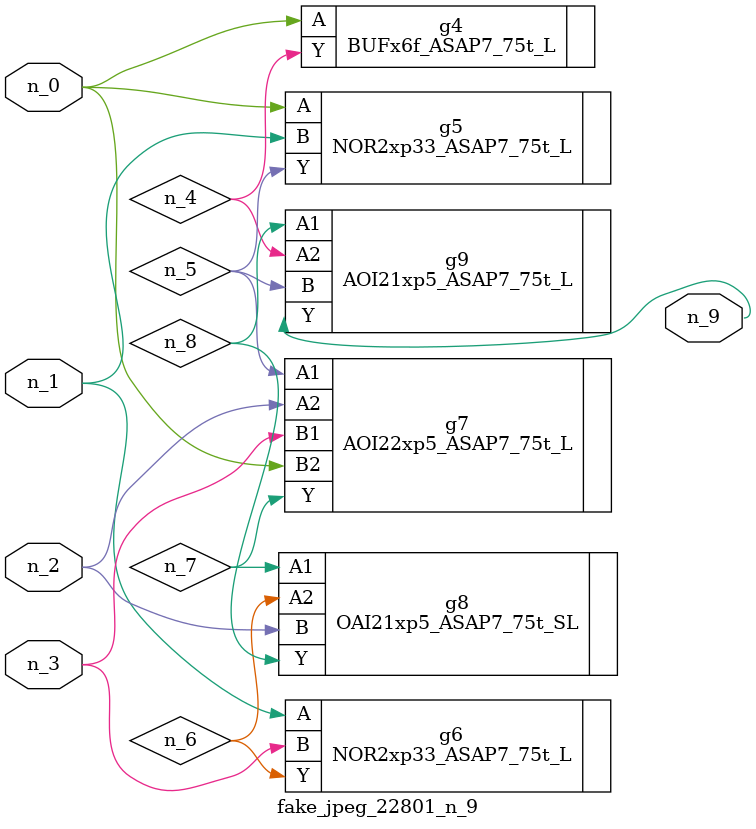
<source format=v>
module fake_jpeg_22801_n_9 (n_0, n_3, n_2, n_1, n_9);

input n_0;
input n_3;
input n_2;
input n_1;

output n_9;

wire n_4;
wire n_8;
wire n_6;
wire n_5;
wire n_7;

BUFx6f_ASAP7_75t_L g4 ( 
.A(n_0),
.Y(n_4)
);

NOR2xp33_ASAP7_75t_L g5 ( 
.A(n_0),
.B(n_1),
.Y(n_5)
);

NOR2xp33_ASAP7_75t_L g6 ( 
.A(n_1),
.B(n_3),
.Y(n_6)
);

AOI22xp5_ASAP7_75t_L g7 ( 
.A1(n_5),
.A2(n_2),
.B1(n_3),
.B2(n_0),
.Y(n_7)
);

OAI21xp5_ASAP7_75t_SL g8 ( 
.A1(n_7),
.A2(n_6),
.B(n_2),
.Y(n_8)
);

AOI21xp5_ASAP7_75t_L g9 ( 
.A1(n_8),
.A2(n_4),
.B(n_5),
.Y(n_9)
);


endmodule
</source>
